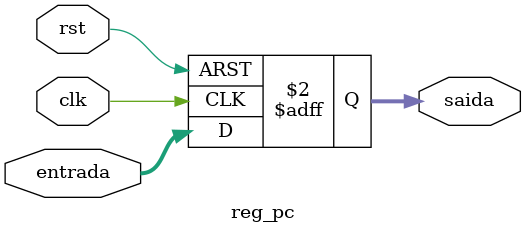
<source format=v>
module reg_pc(entrada, clk, rst, saida);
  input wire rst, clk;
  input wire [31:0] entrada;
  output reg [31:0] saida;

  always @(posedge clk, posedge rst) begin
    if (rst)
      saida <= 0;
    else
      saida <= entrada;
  end
endmodule
</source>
